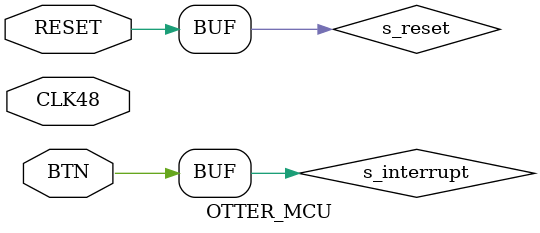
<source format=sv>
`timescale 1ns / 1ps

module OTTER_MCU(
    input CLK48,
    input RESET,
    input BTN
    );
       
    // INPUT PORT IDS ////////////////////////////////////////////////////////
    // Right now, the only possible inputs are the switches
    // In future labs you can add more MMIO, and you'll have
    // to add constants here for the mux below
           
    // OUTPUT PORT IDS ///////////////////////////////////////////////////////
    // In future labs you can add more MMIO
    
    // Signals for connecting OTTER_MCU to OTTER_wrapper /////////////////////////
    logic s_interrupt;
    logic s_reset;  
   
    // Signals for IOBUS
    logic [31:0] IOBUS_out, IOBUS_in, IOBUS_addr;
    logic IOBUS_wr;

    // Connect Signals ////////////////////////////////////////////////////////////
    assign s_reset = RESET;
    assign s_interrupt = BTN;

    // Declare OTTER_CPU ///////////////////////////////////////////////////////
    OTTER_CPU CPU(
        .CLK(CLK48),
        .RESET(s_reset),
        .INTR(s_interrupt), 
        .IOBUS_OUT(IOBUS_out),
        .IOBUS_IN(IOBUS_in),
        .IOBUS_ADDR(IOBUS_addr),
        .IOBUS_WR(IOBUS_wr),
    );
                       


    // Connect Board peripherals (Memory Mapped IO devices) to IOBUS /////////////////////////////////////////
endmodule

</source>
